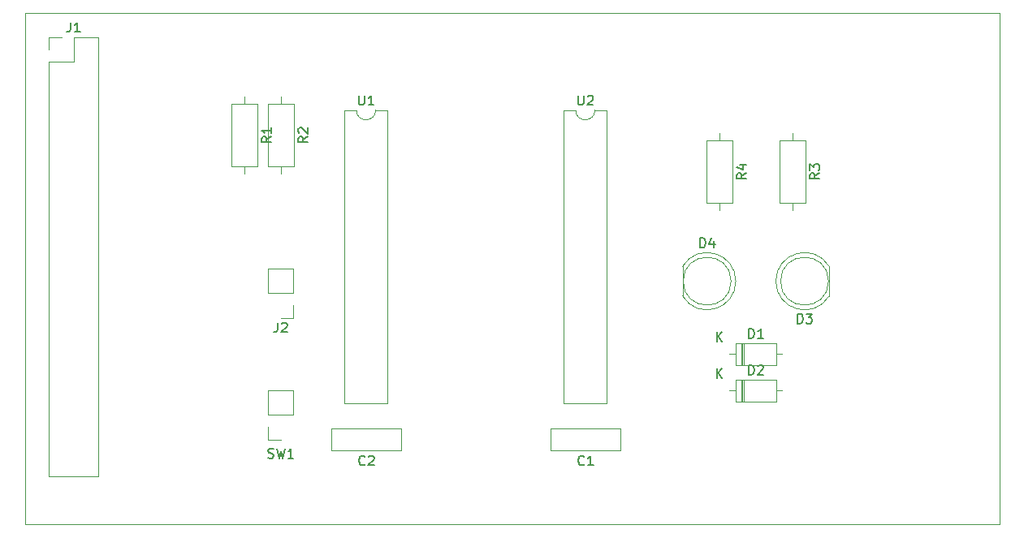
<source format=gto>
G04 #@! TF.GenerationSoftware,KiCad,Pcbnew,(5.1.2)-1*
G04 #@! TF.CreationDate,2020-04-18T21:29:19+12:00*
G04 #@! TF.ProjectId,ALU_Tester,414c555f-5465-4737-9465-722e6b696361,rev?*
G04 #@! TF.SameCoordinates,Original*
G04 #@! TF.FileFunction,Legend,Top*
G04 #@! TF.FilePolarity,Positive*
%FSLAX46Y46*%
G04 Gerber Fmt 4.6, Leading zero omitted, Abs format (unit mm)*
G04 Created by KiCad (PCBNEW (5.1.2)-1) date 2020-04-18 21:29:19*
%MOMM*%
%LPD*%
G04 APERTURE LIST*
%ADD10C,0.120000*%
%ADD11C,0.150000*%
G04 APERTURE END LIST*
D10*
X171450000Y-124460000D02*
X171450000Y-71120000D01*
X69850000Y-124460000D02*
X171450000Y-124460000D01*
X69850000Y-71120000D02*
X69850000Y-124460000D01*
X69850000Y-71120000D02*
X171450000Y-71120000D01*
X130520000Y-81220000D02*
X129270000Y-81220000D01*
X130520000Y-111820000D02*
X130520000Y-81220000D01*
X126020000Y-111820000D02*
X130520000Y-111820000D01*
X126020000Y-81220000D02*
X126020000Y-111820000D01*
X127270000Y-81220000D02*
X126020000Y-81220000D01*
X129270000Y-81220000D02*
G75*
G02X127270000Y-81220000I-1000000J0D01*
G01*
X107660000Y-81220000D02*
X106410000Y-81220000D01*
X107660000Y-111820000D02*
X107660000Y-81220000D01*
X103160000Y-111820000D02*
X107660000Y-111820000D01*
X103160000Y-81220000D02*
X103160000Y-111820000D01*
X104410000Y-81220000D02*
X103160000Y-81220000D01*
X106410000Y-81220000D02*
G75*
G02X104410000Y-81220000I-1000000J0D01*
G01*
X96520000Y-115630000D02*
X95190000Y-115630000D01*
X95190000Y-115630000D02*
X95190000Y-114300000D01*
X95190000Y-113030000D02*
X95190000Y-110430000D01*
X97850000Y-110430000D02*
X95190000Y-110430000D01*
X97850000Y-113030000D02*
X97850000Y-110430000D01*
X97850000Y-113030000D02*
X95190000Y-113030000D01*
X142240000Y-91670000D02*
X142240000Y-90900000D01*
X142240000Y-83590000D02*
X142240000Y-84360000D01*
X143610000Y-90900000D02*
X143610000Y-84360000D01*
X140870000Y-90900000D02*
X143610000Y-90900000D01*
X140870000Y-84360000D02*
X140870000Y-90900000D01*
X143610000Y-84360000D02*
X140870000Y-84360000D01*
X149860000Y-91670000D02*
X149860000Y-90900000D01*
X149860000Y-83590000D02*
X149860000Y-84360000D01*
X151230000Y-90900000D02*
X151230000Y-84360000D01*
X148490000Y-90900000D02*
X151230000Y-90900000D01*
X148490000Y-84360000D02*
X148490000Y-90900000D01*
X151230000Y-84360000D02*
X148490000Y-84360000D01*
X96520000Y-87860000D02*
X96520000Y-87090000D01*
X96520000Y-79780000D02*
X96520000Y-80550000D01*
X97890000Y-87090000D02*
X97890000Y-80550000D01*
X95150000Y-87090000D02*
X97890000Y-87090000D01*
X95150000Y-80550000D02*
X95150000Y-87090000D01*
X97890000Y-80550000D02*
X95150000Y-80550000D01*
X92710000Y-87860000D02*
X92710000Y-87090000D01*
X92710000Y-79780000D02*
X92710000Y-80550000D01*
X94080000Y-87090000D02*
X94080000Y-80550000D01*
X91340000Y-87090000D02*
X94080000Y-87090000D01*
X91340000Y-80550000D02*
X91340000Y-87090000D01*
X94080000Y-80550000D02*
X91340000Y-80550000D01*
X97850000Y-102930000D02*
X96520000Y-102930000D01*
X97850000Y-101600000D02*
X97850000Y-102930000D01*
X97850000Y-100330000D02*
X95190000Y-100330000D01*
X95190000Y-100330000D02*
X95190000Y-97730000D01*
X97850000Y-100330000D02*
X97850000Y-97730000D01*
X97850000Y-97730000D02*
X95190000Y-97730000D01*
X72330000Y-73600000D02*
X73660000Y-73600000D01*
X72330000Y-74930000D02*
X72330000Y-73600000D01*
X74930000Y-73600000D02*
X77530000Y-73600000D01*
X74930000Y-76200000D02*
X74930000Y-73600000D01*
X72330000Y-76200000D02*
X74930000Y-76200000D01*
X77530000Y-73600000D02*
X77530000Y-119440000D01*
X72330000Y-76200000D02*
X72330000Y-119440000D01*
X72330000Y-119440000D02*
X77530000Y-119440000D01*
X138410000Y-97515000D02*
X138410000Y-100605000D01*
X143470000Y-99060000D02*
G75*
G03X143470000Y-99060000I-2500000J0D01*
G01*
X143960000Y-99059538D02*
G75*
G02X138410000Y-100604830I-2990000J-462D01*
G01*
X143960000Y-99060462D02*
G75*
G03X138410000Y-97515170I-2990000J462D01*
G01*
X153690000Y-100605000D02*
X153690000Y-97515000D01*
X153630000Y-99060000D02*
G75*
G03X153630000Y-99060000I-2500000J0D01*
G01*
X148140000Y-99060462D02*
G75*
G02X153690000Y-97515170I2990000J462D01*
G01*
X148140000Y-99059538D02*
G75*
G03X153690000Y-100604830I2990000J-462D01*
G01*
X144530000Y-109370000D02*
X144530000Y-111610000D01*
X144770000Y-109370000D02*
X144770000Y-111610000D01*
X144650000Y-109370000D02*
X144650000Y-111610000D01*
X148820000Y-110490000D02*
X148170000Y-110490000D01*
X143280000Y-110490000D02*
X143930000Y-110490000D01*
X148170000Y-109370000D02*
X143930000Y-109370000D01*
X148170000Y-111610000D02*
X148170000Y-109370000D01*
X143930000Y-111610000D02*
X148170000Y-111610000D01*
X143930000Y-109370000D02*
X143930000Y-111610000D01*
X144530000Y-105560000D02*
X144530000Y-107800000D01*
X144770000Y-105560000D02*
X144770000Y-107800000D01*
X144650000Y-105560000D02*
X144650000Y-107800000D01*
X148820000Y-106680000D02*
X148170000Y-106680000D01*
X143280000Y-106680000D02*
X143930000Y-106680000D01*
X148170000Y-105560000D02*
X143930000Y-105560000D01*
X148170000Y-107800000D02*
X148170000Y-105560000D01*
X143930000Y-107800000D02*
X148170000Y-107800000D01*
X143930000Y-105560000D02*
X143930000Y-107800000D01*
X101830000Y-116690000D02*
X101830000Y-114450000D01*
X109070000Y-116690000D02*
X109070000Y-114450000D01*
X109070000Y-114450000D02*
X101830000Y-114450000D01*
X109070000Y-116690000D02*
X101830000Y-116690000D01*
X124690000Y-116690000D02*
X124690000Y-114450000D01*
X131930000Y-116690000D02*
X131930000Y-114450000D01*
X131930000Y-114450000D02*
X124690000Y-114450000D01*
X131930000Y-116690000D02*
X124690000Y-116690000D01*
D11*
X127508095Y-79672380D02*
X127508095Y-80481904D01*
X127555714Y-80577142D01*
X127603333Y-80624761D01*
X127698571Y-80672380D01*
X127889047Y-80672380D01*
X127984285Y-80624761D01*
X128031904Y-80577142D01*
X128079523Y-80481904D01*
X128079523Y-79672380D01*
X128508095Y-79767619D02*
X128555714Y-79720000D01*
X128650952Y-79672380D01*
X128889047Y-79672380D01*
X128984285Y-79720000D01*
X129031904Y-79767619D01*
X129079523Y-79862857D01*
X129079523Y-79958095D01*
X129031904Y-80100952D01*
X128460476Y-80672380D01*
X129079523Y-80672380D01*
X104648095Y-79672380D02*
X104648095Y-80481904D01*
X104695714Y-80577142D01*
X104743333Y-80624761D01*
X104838571Y-80672380D01*
X105029047Y-80672380D01*
X105124285Y-80624761D01*
X105171904Y-80577142D01*
X105219523Y-80481904D01*
X105219523Y-79672380D01*
X106219523Y-80672380D02*
X105648095Y-80672380D01*
X105933809Y-80672380D02*
X105933809Y-79672380D01*
X105838571Y-79815238D01*
X105743333Y-79910476D01*
X105648095Y-79958095D01*
X95186666Y-117474761D02*
X95329523Y-117522380D01*
X95567619Y-117522380D01*
X95662857Y-117474761D01*
X95710476Y-117427142D01*
X95758095Y-117331904D01*
X95758095Y-117236666D01*
X95710476Y-117141428D01*
X95662857Y-117093809D01*
X95567619Y-117046190D01*
X95377142Y-116998571D01*
X95281904Y-116950952D01*
X95234285Y-116903333D01*
X95186666Y-116808095D01*
X95186666Y-116712857D01*
X95234285Y-116617619D01*
X95281904Y-116570000D01*
X95377142Y-116522380D01*
X95615238Y-116522380D01*
X95758095Y-116570000D01*
X96091428Y-116522380D02*
X96329523Y-117522380D01*
X96520000Y-116808095D01*
X96710476Y-117522380D01*
X96948571Y-116522380D01*
X97853333Y-117522380D02*
X97281904Y-117522380D01*
X97567619Y-117522380D02*
X97567619Y-116522380D01*
X97472380Y-116665238D01*
X97377142Y-116760476D01*
X97281904Y-116808095D01*
X145062380Y-87796666D02*
X144586190Y-88130000D01*
X145062380Y-88368095D02*
X144062380Y-88368095D01*
X144062380Y-87987142D01*
X144110000Y-87891904D01*
X144157619Y-87844285D01*
X144252857Y-87796666D01*
X144395714Y-87796666D01*
X144490952Y-87844285D01*
X144538571Y-87891904D01*
X144586190Y-87987142D01*
X144586190Y-88368095D01*
X144395714Y-86939523D02*
X145062380Y-86939523D01*
X144014761Y-87177619D02*
X144729047Y-87415714D01*
X144729047Y-86796666D01*
X152682380Y-87796666D02*
X152206190Y-88130000D01*
X152682380Y-88368095D02*
X151682380Y-88368095D01*
X151682380Y-87987142D01*
X151730000Y-87891904D01*
X151777619Y-87844285D01*
X151872857Y-87796666D01*
X152015714Y-87796666D01*
X152110952Y-87844285D01*
X152158571Y-87891904D01*
X152206190Y-87987142D01*
X152206190Y-88368095D01*
X151682380Y-87463333D02*
X151682380Y-86844285D01*
X152063333Y-87177619D01*
X152063333Y-87034761D01*
X152110952Y-86939523D01*
X152158571Y-86891904D01*
X152253809Y-86844285D01*
X152491904Y-86844285D01*
X152587142Y-86891904D01*
X152634761Y-86939523D01*
X152682380Y-87034761D01*
X152682380Y-87320476D01*
X152634761Y-87415714D01*
X152587142Y-87463333D01*
X99342380Y-83986666D02*
X98866190Y-84320000D01*
X99342380Y-84558095D02*
X98342380Y-84558095D01*
X98342380Y-84177142D01*
X98390000Y-84081904D01*
X98437619Y-84034285D01*
X98532857Y-83986666D01*
X98675714Y-83986666D01*
X98770952Y-84034285D01*
X98818571Y-84081904D01*
X98866190Y-84177142D01*
X98866190Y-84558095D01*
X98437619Y-83605714D02*
X98390000Y-83558095D01*
X98342380Y-83462857D01*
X98342380Y-83224761D01*
X98390000Y-83129523D01*
X98437619Y-83081904D01*
X98532857Y-83034285D01*
X98628095Y-83034285D01*
X98770952Y-83081904D01*
X99342380Y-83653333D01*
X99342380Y-83034285D01*
X95532380Y-83986666D02*
X95056190Y-84320000D01*
X95532380Y-84558095D02*
X94532380Y-84558095D01*
X94532380Y-84177142D01*
X94580000Y-84081904D01*
X94627619Y-84034285D01*
X94722857Y-83986666D01*
X94865714Y-83986666D01*
X94960952Y-84034285D01*
X95008571Y-84081904D01*
X95056190Y-84177142D01*
X95056190Y-84558095D01*
X95532380Y-83034285D02*
X95532380Y-83605714D01*
X95532380Y-83320000D02*
X94532380Y-83320000D01*
X94675238Y-83415238D01*
X94770476Y-83510476D01*
X94818095Y-83605714D01*
X96186666Y-103382380D02*
X96186666Y-104096666D01*
X96139047Y-104239523D01*
X96043809Y-104334761D01*
X95900952Y-104382380D01*
X95805714Y-104382380D01*
X96615238Y-103477619D02*
X96662857Y-103430000D01*
X96758095Y-103382380D01*
X96996190Y-103382380D01*
X97091428Y-103430000D01*
X97139047Y-103477619D01*
X97186666Y-103572857D01*
X97186666Y-103668095D01*
X97139047Y-103810952D01*
X96567619Y-104382380D01*
X97186666Y-104382380D01*
X74596666Y-72052380D02*
X74596666Y-72766666D01*
X74549047Y-72909523D01*
X74453809Y-73004761D01*
X74310952Y-73052380D01*
X74215714Y-73052380D01*
X75596666Y-73052380D02*
X75025238Y-73052380D01*
X75310952Y-73052380D02*
X75310952Y-72052380D01*
X75215714Y-72195238D01*
X75120476Y-72290476D01*
X75025238Y-72338095D01*
X140231904Y-95552380D02*
X140231904Y-94552380D01*
X140470000Y-94552380D01*
X140612857Y-94600000D01*
X140708095Y-94695238D01*
X140755714Y-94790476D01*
X140803333Y-94980952D01*
X140803333Y-95123809D01*
X140755714Y-95314285D01*
X140708095Y-95409523D01*
X140612857Y-95504761D01*
X140470000Y-95552380D01*
X140231904Y-95552380D01*
X141660476Y-94885714D02*
X141660476Y-95552380D01*
X141422380Y-94504761D02*
X141184285Y-95219047D01*
X141803333Y-95219047D01*
X150391904Y-103472380D02*
X150391904Y-102472380D01*
X150630000Y-102472380D01*
X150772857Y-102520000D01*
X150868095Y-102615238D01*
X150915714Y-102710476D01*
X150963333Y-102900952D01*
X150963333Y-103043809D01*
X150915714Y-103234285D01*
X150868095Y-103329523D01*
X150772857Y-103424761D01*
X150630000Y-103472380D01*
X150391904Y-103472380D01*
X151296666Y-102472380D02*
X151915714Y-102472380D01*
X151582380Y-102853333D01*
X151725238Y-102853333D01*
X151820476Y-102900952D01*
X151868095Y-102948571D01*
X151915714Y-103043809D01*
X151915714Y-103281904D01*
X151868095Y-103377142D01*
X151820476Y-103424761D01*
X151725238Y-103472380D01*
X151439523Y-103472380D01*
X151344285Y-103424761D01*
X151296666Y-103377142D01*
X145311904Y-108822380D02*
X145311904Y-107822380D01*
X145550000Y-107822380D01*
X145692857Y-107870000D01*
X145788095Y-107965238D01*
X145835714Y-108060476D01*
X145883333Y-108250952D01*
X145883333Y-108393809D01*
X145835714Y-108584285D01*
X145788095Y-108679523D01*
X145692857Y-108774761D01*
X145550000Y-108822380D01*
X145311904Y-108822380D01*
X146264285Y-107917619D02*
X146311904Y-107870000D01*
X146407142Y-107822380D01*
X146645238Y-107822380D01*
X146740476Y-107870000D01*
X146788095Y-107917619D01*
X146835714Y-108012857D01*
X146835714Y-108108095D01*
X146788095Y-108250952D01*
X146216666Y-108822380D01*
X146835714Y-108822380D01*
X141978095Y-109142380D02*
X141978095Y-108142380D01*
X142549523Y-109142380D02*
X142120952Y-108570952D01*
X142549523Y-108142380D02*
X141978095Y-108713809D01*
X145311904Y-105012380D02*
X145311904Y-104012380D01*
X145550000Y-104012380D01*
X145692857Y-104060000D01*
X145788095Y-104155238D01*
X145835714Y-104250476D01*
X145883333Y-104440952D01*
X145883333Y-104583809D01*
X145835714Y-104774285D01*
X145788095Y-104869523D01*
X145692857Y-104964761D01*
X145550000Y-105012380D01*
X145311904Y-105012380D01*
X146835714Y-105012380D02*
X146264285Y-105012380D01*
X146550000Y-105012380D02*
X146550000Y-104012380D01*
X146454761Y-104155238D01*
X146359523Y-104250476D01*
X146264285Y-104298095D01*
X141978095Y-105332380D02*
X141978095Y-104332380D01*
X142549523Y-105332380D02*
X142120952Y-104760952D01*
X142549523Y-104332380D02*
X141978095Y-104903809D01*
X105283333Y-118177142D02*
X105235714Y-118224761D01*
X105092857Y-118272380D01*
X104997619Y-118272380D01*
X104854761Y-118224761D01*
X104759523Y-118129523D01*
X104711904Y-118034285D01*
X104664285Y-117843809D01*
X104664285Y-117700952D01*
X104711904Y-117510476D01*
X104759523Y-117415238D01*
X104854761Y-117320000D01*
X104997619Y-117272380D01*
X105092857Y-117272380D01*
X105235714Y-117320000D01*
X105283333Y-117367619D01*
X105664285Y-117367619D02*
X105711904Y-117320000D01*
X105807142Y-117272380D01*
X106045238Y-117272380D01*
X106140476Y-117320000D01*
X106188095Y-117367619D01*
X106235714Y-117462857D01*
X106235714Y-117558095D01*
X106188095Y-117700952D01*
X105616666Y-118272380D01*
X106235714Y-118272380D01*
X128143333Y-118177142D02*
X128095714Y-118224761D01*
X127952857Y-118272380D01*
X127857619Y-118272380D01*
X127714761Y-118224761D01*
X127619523Y-118129523D01*
X127571904Y-118034285D01*
X127524285Y-117843809D01*
X127524285Y-117700952D01*
X127571904Y-117510476D01*
X127619523Y-117415238D01*
X127714761Y-117320000D01*
X127857619Y-117272380D01*
X127952857Y-117272380D01*
X128095714Y-117320000D01*
X128143333Y-117367619D01*
X129095714Y-118272380D02*
X128524285Y-118272380D01*
X128810000Y-118272380D02*
X128810000Y-117272380D01*
X128714761Y-117415238D01*
X128619523Y-117510476D01*
X128524285Y-117558095D01*
M02*

</source>
